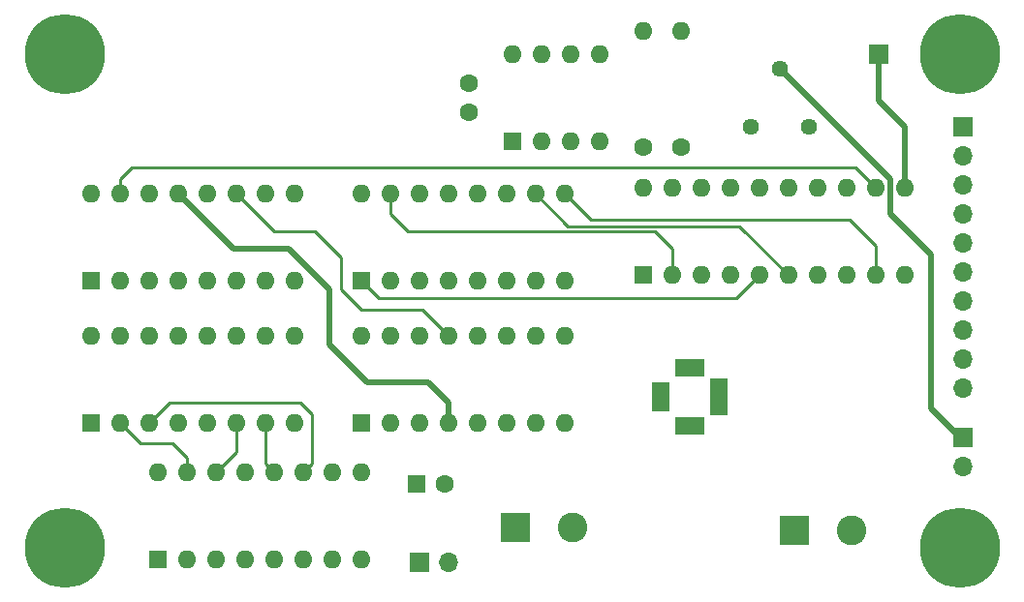
<source format=gbr>
%TF.GenerationSoftware,KiCad,Pcbnew,(5.1.9-0-10_14)*%
%TF.CreationDate,2021-05-25T00:06:21-04:00*%
%TF.ProjectId,sound,736f756e-642e-46b6-9963-61645f706362,rev?*%
%TF.SameCoordinates,Original*%
%TF.FileFunction,Copper,L2,Inr*%
%TF.FilePolarity,Positive*%
%FSLAX46Y46*%
G04 Gerber Fmt 4.6, Leading zero omitted, Abs format (unit mm)*
G04 Created by KiCad (PCBNEW (5.1.9-0-10_14)) date 2021-05-25 00:06:21*
%MOMM*%
%LPD*%
G01*
G04 APERTURE LIST*
%TA.AperFunction,ComponentPad*%
%ADD10O,1.600000X1.600000*%
%TD*%
%TA.AperFunction,ComponentPad*%
%ADD11R,1.600000X1.600000*%
%TD*%
%TA.AperFunction,ComponentPad*%
%ADD12O,1.700000X1.700000*%
%TD*%
%TA.AperFunction,ComponentPad*%
%ADD13R,1.700000X1.700000*%
%TD*%
%TA.AperFunction,ComponentPad*%
%ADD14C,2.600000*%
%TD*%
%TA.AperFunction,ComponentPad*%
%ADD15R,2.600000X2.600000*%
%TD*%
%TA.AperFunction,ComponentPad*%
%ADD16C,1.600000*%
%TD*%
%TA.AperFunction,ComponentPad*%
%ADD17C,1.440000*%
%TD*%
%TA.AperFunction,ComponentPad*%
%ADD18C,0.800000*%
%TD*%
%TA.AperFunction,ComponentPad*%
%ADD19C,7.000000*%
%TD*%
%TA.AperFunction,ComponentPad*%
%ADD20R,2.600000X1.500000*%
%TD*%
%TA.AperFunction,ComponentPad*%
%ADD21R,1.600000X3.300000*%
%TD*%
%TA.AperFunction,ComponentPad*%
%ADD22R,1.500000X2.600000*%
%TD*%
%TA.AperFunction,Conductor*%
%ADD23C,0.250000*%
%TD*%
%TA.AperFunction,Conductor*%
%ADD24C,0.500000*%
%TD*%
G04 APERTURE END LIST*
D10*
%TO.N,VCC*%
%TO.C,U7*%
X133858000Y-112268000D03*
%TO.N,GND*%
X151638000Y-119888000D03*
%TO.N,Net-(U1-Pad2)*%
X136398000Y-112268000D03*
%TO.N,GND*%
X149098000Y-119888000D03*
%TO.N,Net-(U1-Pad6)*%
X138938000Y-112268000D03*
%TO.N,GND*%
X146558000Y-119888000D03*
%TO.N,SPEAKER*%
X141478000Y-112268000D03*
%TO.N,Net-(U7-Pad5)*%
X144018000Y-119888000D03*
%TO.N,Net-(U1-Pad7)*%
X144018000Y-112268000D03*
%TO.N,Net-(U7-Pad4)*%
X141478000Y-119888000D03*
%TO.N,Net-(U1-Pad3)*%
X146558000Y-112268000D03*
%TO.N,Net-(U7-Pad3)*%
X138938000Y-119888000D03*
%TO.N,OCTAVE_00*%
X149098000Y-112268000D03*
%TO.N,Net-(U7-Pad2)*%
X136398000Y-119888000D03*
%TO.N,OCTAVE_01*%
X151638000Y-112268000D03*
D11*
%TO.N,Net-(U7-Pad1)*%
X133858000Y-119888000D03*
%TD*%
D12*
%TO.N,BUS_00*%
%TO.C,J6*%
X204216000Y-104902000D03*
%TO.N,BUS_01*%
X204216000Y-102362000D03*
%TO.N,BUS_02*%
X204216000Y-99822000D03*
%TO.N,BUS_03*%
X204216000Y-97282000D03*
%TO.N,BUS_04*%
X204216000Y-94742000D03*
%TO.N,BUS_05*%
X204216000Y-92202000D03*
%TO.N,BUS_06*%
X204216000Y-89662000D03*
%TO.N,BUS_07*%
X204216000Y-87122000D03*
%TO.N,OCTAVE_00*%
X204216000Y-84582000D03*
D13*
%TO.N,OCTAVE_01*%
X204216000Y-82042000D03*
%TD*%
D14*
%TO.N,SPEAKER*%
%TO.C,J7*%
X194484000Y-117348000D03*
D15*
%TO.N,Net-(J1-Pad1)*%
X189484000Y-117348000D03*
%TD*%
D10*
%TO.N,Net-(R1-Pad2)*%
%TO.C,R2*%
X176276000Y-73660000D03*
D16*
%TO.N,VCC*%
X176276000Y-83820000D03*
%TD*%
D10*
%TO.N,Net-(R1-Pad2)*%
%TO.C,R1*%
X179578000Y-73660000D03*
D16*
%TO.N,Net-(C1-Pad2)*%
X179578000Y-83820000D03*
%TD*%
%TO.N,Net-(C1-Pad2)*%
%TO.C,C1*%
X161036000Y-78272000D03*
%TO.N,GND*%
X161036000Y-80772000D03*
%TD*%
D17*
%TO.N,Net-(RV1-Pad1)*%
%TO.C,RV1*%
X190754000Y-82042000D03*
%TO.N,Net-(J1-Pad1)*%
X188214000Y-76962000D03*
%TO.N,GND*%
X185674000Y-82042000D03*
%TD*%
D10*
%TO.N,VCC*%
%TO.C,U2*%
X164846000Y-75692000D03*
X172466000Y-83312000D03*
%TO.N,Net-(R1-Pad2)*%
X167386000Y-75692000D03*
%TO.N,Net-(U2-Pad3)*%
X169926000Y-83312000D03*
%TO.N,Net-(C1-Pad2)*%
X169926000Y-75692000D03*
X167386000Y-83312000D03*
%TO.N,VCC*%
X172466000Y-75692000D03*
D11*
%TO.N,GND*%
X164846000Y-83312000D03*
%TD*%
D13*
%TO.N,LATCH_NOTE*%
%TO.C,J3*%
X196850000Y-75692000D03*
%TD*%
D18*
%TO.N,N/C*%
%TO.C,REF\u002A\u002A*%
X127586155Y-117015845D03*
X125730000Y-116247000D03*
X123873845Y-117015845D03*
X123105000Y-118872000D03*
X123873845Y-120728155D03*
X125730000Y-121497000D03*
X127586155Y-120728155D03*
X128355000Y-118872000D03*
D19*
X125730000Y-118872000D03*
%TD*%
%TO.N,N/C*%
%TO.C,REF\u002A\u002A*%
X203962000Y-118872000D03*
D18*
X206587000Y-118872000D03*
X205818155Y-120728155D03*
X203962000Y-121497000D03*
X202105845Y-120728155D03*
X201337000Y-118872000D03*
X202105845Y-117015845D03*
X203962000Y-116247000D03*
X205818155Y-117015845D03*
%TD*%
D19*
%TO.N,N/C*%
%TO.C,REF\u002A\u002A*%
X125730000Y-75692000D03*
D18*
X128355000Y-75692000D03*
X127586155Y-77548155D03*
X125730000Y-78317000D03*
X123873845Y-77548155D03*
X123105000Y-75692000D03*
X123873845Y-73835845D03*
X125730000Y-73067000D03*
X127586155Y-73835845D03*
%TD*%
%TO.N,N/C*%
%TO.C,REF\u002A\u002A*%
X205818155Y-73835845D03*
X203962000Y-73067000D03*
X202105845Y-73835845D03*
X201337000Y-75692000D03*
X202105845Y-77548155D03*
X203962000Y-78317000D03*
X205818155Y-77548155D03*
X206587000Y-75692000D03*
D19*
X203962000Y-75692000D03*
%TD*%
D10*
%TO.N,VCC*%
%TO.C,U6*%
X176276000Y-87376000D03*
%TO.N,GND*%
X199136000Y-94996000D03*
%TO.N,Net-(U4-Pad9)*%
X178816000Y-87376000D03*
%TO.N,Net-(U5-Pad9)*%
X196596000Y-94996000D03*
%TO.N,BUS_07*%
X181356000Y-87376000D03*
%TO.N,BUS_03*%
X194056000Y-94996000D03*
%TO.N,BUS_06*%
X183896000Y-87376000D03*
%TO.N,BUS_02*%
X191516000Y-94996000D03*
%TO.N,Net-(U4-Pad10)*%
X186436000Y-87376000D03*
%TO.N,Net-(U5-Pad10)*%
X188976000Y-94996000D03*
%TO.N,Net-(U4-Pad1)*%
X188976000Y-87376000D03*
%TO.N,Net-(U5-Pad1)*%
X186436000Y-94996000D03*
%TO.N,BUS_05*%
X191516000Y-87376000D03*
%TO.N,BUS_01*%
X183896000Y-94996000D03*
%TO.N,BUS_04*%
X194056000Y-87376000D03*
%TO.N,BUS_00*%
X181356000Y-94996000D03*
%TO.N,Net-(U4-Pad15)*%
X196596000Y-87376000D03*
%TO.N,Net-(U5-Pad15)*%
X178816000Y-94996000D03*
%TO.N,LATCH_NOTE*%
X199136000Y-87376000D03*
D11*
%TO.N,VCC*%
X176276000Y-94996000D03*
%TD*%
D10*
%TO.N,VCC*%
%TO.C,U5*%
X151638000Y-87884000D03*
%TO.N,GND*%
X169418000Y-95504000D03*
%TO.N,Net-(U5-Pad15)*%
X154178000Y-87884000D03*
%TO.N,Net-(U5-Pad7)*%
X166878000Y-95504000D03*
%TO.N,GND*%
X156718000Y-87884000D03*
%TO.N,Net-(U5-Pad6)*%
X164338000Y-95504000D03*
%TO.N,Net-(U4-Pad4)*%
X159258000Y-87884000D03*
%TO.N,VCC*%
X161798000Y-95504000D03*
%TO.N,Net-(U5-Pad12)*%
X161798000Y-87884000D03*
%TO.N,Net-(U2-Pad3)*%
X159258000Y-95504000D03*
%TO.N,Net-(U1-Pad5)*%
X164338000Y-87884000D03*
%TO.N,Net-(U5-Pad3)*%
X156718000Y-95504000D03*
%TO.N,Net-(U5-Pad10)*%
X166878000Y-87884000D03*
%TO.N,Net-(U5-Pad2)*%
X154178000Y-95504000D03*
%TO.N,Net-(U5-Pad9)*%
X169418000Y-87884000D03*
D11*
%TO.N,Net-(U5-Pad1)*%
X151638000Y-95504000D03*
%TD*%
D10*
%TO.N,VCC*%
%TO.C,U4*%
X128016000Y-87884000D03*
%TO.N,GND*%
X145796000Y-95504000D03*
%TO.N,Net-(U4-Pad15)*%
X130556000Y-87884000D03*
%TO.N,Net-(U4-Pad7)*%
X143256000Y-95504000D03*
%TO.N,GND*%
X133096000Y-87884000D03*
%TO.N,Net-(U4-Pad6)*%
X140716000Y-95504000D03*
%TO.N,Net-(U3-Pad4)*%
X135636000Y-87884000D03*
%TO.N,VCC*%
X138176000Y-95504000D03*
%TO.N,Net-(U4-Pad12)*%
X138176000Y-87884000D03*
%TO.N,Net-(U4-Pad4)*%
X135636000Y-95504000D03*
%TO.N,Net-(U1-Pad5)*%
X140716000Y-87884000D03*
%TO.N,Net-(U4-Pad3)*%
X133096000Y-95504000D03*
%TO.N,Net-(U4-Pad10)*%
X143256000Y-87884000D03*
%TO.N,Net-(U4-Pad2)*%
X130556000Y-95504000D03*
%TO.N,Net-(U4-Pad9)*%
X145796000Y-87884000D03*
D11*
%TO.N,Net-(U4-Pad1)*%
X128016000Y-95504000D03*
%TD*%
%TO.N,GND*%
%TO.C,U3*%
X151638000Y-107950000D03*
D10*
X169418000Y-100330000D03*
%TO.N,Net-(U3-Pad2)*%
X154178000Y-107950000D03*
%TO.N,GND*%
X166878000Y-100330000D03*
%TO.N,Net-(U3-Pad3)*%
X156718000Y-107950000D03*
%TO.N,Net-(U1-Pad5)*%
X164338000Y-100330000D03*
%TO.N,Net-(U3-Pad4)*%
X159258000Y-107950000D03*
%TO.N,Net-(U3-Pad12)*%
X161798000Y-100330000D03*
%TO.N,VCC*%
X161798000Y-107950000D03*
%TO.N,Net-(U1-Pad5)*%
X159258000Y-100330000D03*
%TO.N,Net-(U3-Pad6)*%
X164338000Y-107950000D03*
%TO.N,GND*%
X156718000Y-100330000D03*
%TO.N,Net-(U3-Pad7)*%
X166878000Y-107950000D03*
%TO.N,GND*%
X154178000Y-100330000D03*
X169418000Y-107950000D03*
%TO.N,VCC*%
X151638000Y-100330000D03*
%TD*%
D11*
%TO.N,Net-(U1-Pad1)*%
%TO.C,U1*%
X128016000Y-107950000D03*
D10*
%TO.N,Net-(U1-Pad9)*%
X145796000Y-100330000D03*
%TO.N,Net-(U1-Pad2)*%
X130556000Y-107950000D03*
%TO.N,Net-(U1-Pad10)*%
X143256000Y-100330000D03*
%TO.N,Net-(U1-Pad3)*%
X133096000Y-107950000D03*
%TO.N,VCC*%
X140716000Y-100330000D03*
X135636000Y-107950000D03*
%TO.N,Net-(U1-Pad12)*%
X138176000Y-100330000D03*
%TO.N,Net-(U1-Pad5)*%
X138176000Y-107950000D03*
%TO.N,Net-(U1-Pad13)*%
X135636000Y-100330000D03*
%TO.N,Net-(U1-Pad6)*%
X140716000Y-107950000D03*
%TO.N,GND*%
X133096000Y-100330000D03*
%TO.N,Net-(U1-Pad7)*%
X143256000Y-107950000D03*
%TO.N,Net-(U1-Pad15)*%
X130556000Y-100330000D03*
%TO.N,GND*%
X145796000Y-107950000D03*
%TO.N,VCC*%
X128016000Y-100330000D03*
%TD*%
D20*
%TO.N,Net-(J1-Pad1)*%
%TO.C,LS1*%
X180340000Y-103124000D03*
%TO.N,SPEAKER*%
X180340000Y-108204000D03*
D21*
%TO.N,Net-(J1-Pad1)*%
X182880000Y-105664000D03*
D22*
%TO.N,SPEAKER*%
X177800000Y-105664000D03*
%TD*%
D14*
%TO.N,GND*%
%TO.C,J5*%
X170100000Y-117094000D03*
D15*
%TO.N,VCC*%
X165100000Y-117094000D03*
%TD*%
D12*
%TO.N,GND*%
%TO.C,J2*%
X159258000Y-120142000D03*
D13*
%TO.N,VCC*%
X156718000Y-120142000D03*
%TD*%
D12*
%TO.N,SPEAKER*%
%TO.C,J1*%
X204216000Y-111760000D03*
D13*
%TO.N,Net-(J1-Pad1)*%
X204216000Y-109220000D03*
%TD*%
D16*
%TO.N,GND*%
%TO.C,C3*%
X158964000Y-113284000D03*
D11*
%TO.N,VCC*%
X156464000Y-113284000D03*
%TD*%
D23*
%TO.N,Net-(U1-Pad7)*%
X143256000Y-111506000D02*
X144018000Y-112268000D01*
X143256000Y-107950000D02*
X143256000Y-111506000D01*
%TO.N,Net-(U1-Pad6)*%
X140716000Y-110490000D02*
X138938000Y-112268000D01*
X140716000Y-107950000D02*
X140716000Y-110490000D01*
%TO.N,Net-(U1-Pad5)*%
X156972000Y-98044000D02*
X159258000Y-100330000D01*
X147574000Y-91186000D02*
X149860000Y-93472000D01*
X144018000Y-91186000D02*
X147574000Y-91186000D01*
X149860000Y-96266000D02*
X151638000Y-98044000D01*
X149860000Y-93472000D02*
X149860000Y-96266000D01*
X151638000Y-98044000D02*
X156972000Y-98044000D01*
X140716000Y-87884000D02*
X144018000Y-91186000D01*
D24*
%TO.N,Net-(J1-Pad1)*%
X197866000Y-86614000D02*
X188214000Y-76962000D01*
X197866000Y-89662000D02*
X197866000Y-86614000D01*
X201422000Y-106680000D02*
X201422000Y-93218000D01*
X203962000Y-109220000D02*
X201422000Y-106680000D01*
X201422000Y-93218000D02*
X197866000Y-89662000D01*
X204216000Y-109220000D02*
X203962000Y-109220000D01*
D23*
%TO.N,Net-(U1-Pad3)*%
X133096000Y-107950000D02*
X134874000Y-106172000D01*
X134874000Y-106172000D02*
X146304000Y-106172000D01*
X146304000Y-106172000D02*
X147320000Y-107188000D01*
X147320000Y-111506000D02*
X146558000Y-112268000D01*
X147320000Y-107188000D02*
X147320000Y-111506000D01*
D24*
%TO.N,LATCH_NOTE*%
X196850000Y-75692000D02*
X196850000Y-79756000D01*
X199136000Y-82042000D02*
X199136000Y-87376000D01*
X196850000Y-79756000D02*
X199136000Y-82042000D01*
D23*
%TO.N,Net-(U1-Pad2)*%
X130556000Y-107950000D02*
X132334000Y-109728000D01*
X132334000Y-109728000D02*
X135128000Y-109728000D01*
X136398000Y-110998000D02*
X136398000Y-112268000D01*
X135128000Y-109728000D02*
X136398000Y-110998000D01*
D24*
%TO.N,Net-(U3-Pad4)*%
X135636000Y-87884000D02*
X140462000Y-92710000D01*
X140462000Y-92710000D02*
X145288000Y-92710000D01*
X145288000Y-92710000D02*
X148844000Y-96266000D01*
X148844000Y-96266000D02*
X148844000Y-101092000D01*
X148844000Y-101092000D02*
X152146000Y-104394000D01*
X152146000Y-104394000D02*
X157480000Y-104394000D01*
X159258000Y-106172000D02*
X159258000Y-107950000D01*
X157480000Y-104394000D02*
X159258000Y-106172000D01*
D23*
%TO.N,Net-(U4-Pad15)*%
X196596000Y-87376000D02*
X194818000Y-85598000D01*
X194818000Y-85598000D02*
X131572000Y-85598000D01*
X130556000Y-86614000D02*
X130556000Y-87884000D01*
X131572000Y-85598000D02*
X130556000Y-86614000D01*
%TO.N,Net-(U5-Pad15)*%
X154178000Y-87884000D02*
X154178000Y-89662000D01*
X154178000Y-89662000D02*
X155702000Y-91186000D01*
X155702000Y-91186000D02*
X177292000Y-91186000D01*
X178816000Y-92710000D02*
X178816000Y-94996000D01*
X177292000Y-91186000D02*
X178816000Y-92710000D01*
%TO.N,Net-(U5-Pad10)*%
X166878000Y-87884000D02*
X169729989Y-90735989D01*
X169729989Y-90735989D02*
X184715989Y-90735989D01*
X184715989Y-90735989D02*
X188976000Y-94996000D01*
%TO.N,Net-(U5-Pad9)*%
X169418000Y-87884000D02*
X171704000Y-90170000D01*
X171704000Y-90170000D02*
X194310000Y-90170000D01*
X196596000Y-92456000D02*
X196596000Y-94996000D01*
X194310000Y-90170000D02*
X196596000Y-92456000D01*
%TO.N,Net-(U5-Pad1)*%
X186436000Y-94996000D02*
X184404000Y-97028000D01*
X153162000Y-97028000D02*
X151638000Y-95504000D01*
X184404000Y-97028000D02*
X153162000Y-97028000D01*
%TD*%
M02*

</source>
